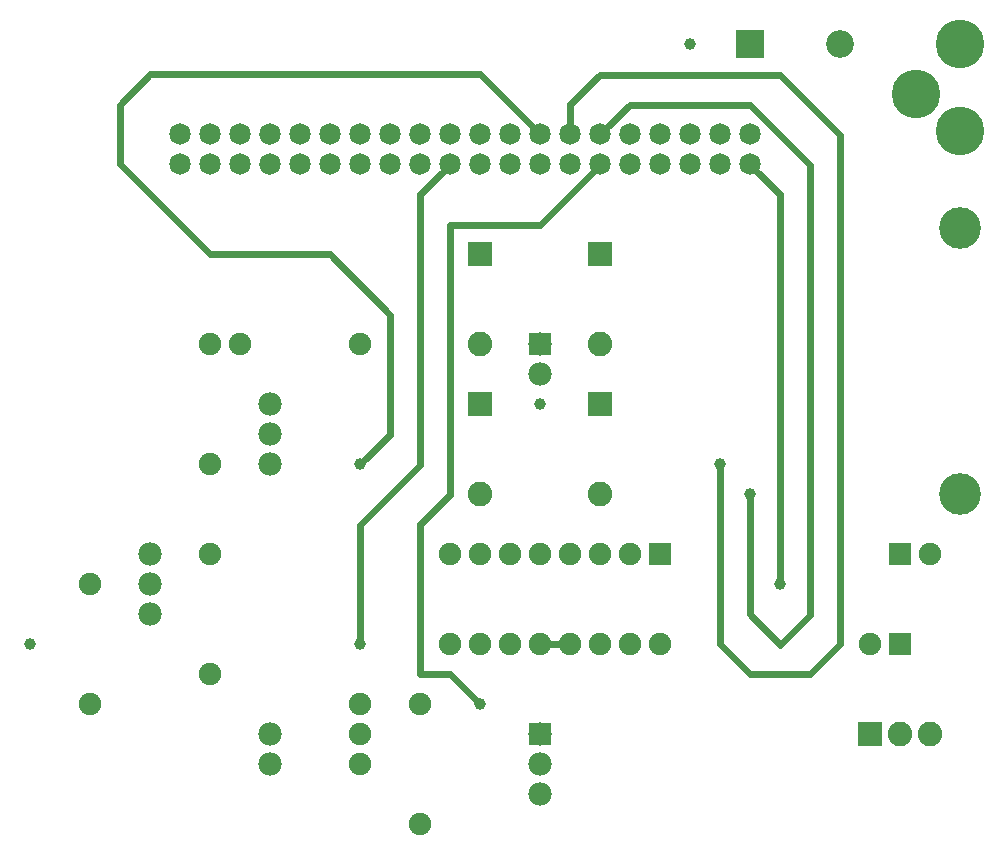
<source format=gtl>
G04 MADE WITH FRITZING*
G04 WWW.FRITZING.ORG*
G04 DOUBLE SIDED*
G04 HOLES PLATED*
G04 CONTOUR ON CENTER OF CONTOUR VECTOR*
%ASAXBY*%
%FSLAX23Y23*%
%MOIN*%
%OFA0B0*%
%SFA1.0B1.0*%
%ADD10C,0.162000*%
%ADD11C,0.075000*%
%ADD12C,0.078000*%
%ADD13C,0.071889*%
%ADD14C,0.071917*%
%ADD15C,0.082000*%
%ADD16C,0.138889*%
%ADD17C,0.092000*%
%ADD18C,0.039370*%
%ADD19R,0.075000X0.075000*%
%ADD20R,0.082000X0.082000*%
%ADD21R,0.078000X0.078000*%
%ADD22R,0.092000X0.092000*%
%ADD23C,0.024000*%
%LNCOPPER1*%
G90*
G70*
G54D10*
X3223Y2423D03*
X3222Y2712D03*
X3075Y2548D03*
X3223Y2423D03*
X3222Y2712D03*
X3075Y2548D03*
G54D11*
X3022Y1012D03*
X3122Y1012D03*
X3022Y712D03*
X2922Y712D03*
X1222Y512D03*
X1222Y412D03*
X1222Y312D03*
X1422Y512D03*
X1422Y112D03*
G54D12*
X922Y412D03*
X922Y312D03*
G54D13*
X2522Y2412D03*
X2422Y2412D03*
X2322Y2412D03*
X2222Y2412D03*
G54D14*
X2122Y2412D03*
G54D13*
X2022Y2412D03*
X1922Y2412D03*
X1822Y2412D03*
X1722Y2412D03*
G54D14*
X1622Y2412D03*
G54D13*
X1522Y2412D03*
G54D14*
X1422Y2412D03*
G54D13*
X1322Y2412D03*
X1222Y2412D03*
X1122Y2412D03*
X1022Y2412D03*
G54D14*
X922Y2412D03*
G54D13*
X822Y2412D03*
X722Y2412D03*
X622Y2412D03*
X622Y2312D03*
X722Y2312D03*
X822Y2312D03*
G54D14*
X922Y2312D03*
G54D13*
X1022Y2312D03*
X1122Y2312D03*
X1222Y2312D03*
X1322Y2312D03*
G54D14*
X1422Y2312D03*
G54D13*
X1522Y2312D03*
G54D14*
X1622Y2312D03*
G54D13*
X1722Y2312D03*
X1822Y2312D03*
X1922Y2312D03*
X2022Y2312D03*
G54D14*
X2122Y2312D03*
G54D13*
X2222Y2312D03*
X2322Y2312D03*
X2422Y2312D03*
X2522Y2312D03*
G54D11*
X722Y612D03*
X722Y1012D03*
X322Y512D03*
X322Y912D03*
G54D15*
X2922Y412D03*
X3022Y412D03*
X3122Y412D03*
G54D11*
X2222Y1012D03*
X2222Y712D03*
X2122Y1012D03*
X2122Y712D03*
X2022Y1012D03*
X2022Y712D03*
X1922Y1012D03*
X1922Y712D03*
X1822Y1012D03*
X1822Y712D03*
X1722Y1012D03*
X1722Y712D03*
X1622Y1012D03*
X1622Y712D03*
X1522Y1012D03*
X1522Y712D03*
G54D12*
X1822Y1712D03*
X1822Y1612D03*
G54D15*
X2022Y1512D03*
X2022Y1214D03*
X1622Y1512D03*
X1622Y1214D03*
X1622Y2012D03*
X1622Y1714D03*
X2022Y2012D03*
X2022Y1714D03*
G54D16*
X3222Y2100D03*
X3222Y1212D03*
G54D17*
X2522Y2712D03*
X2822Y2712D03*
G54D11*
X722Y1712D03*
X722Y1312D03*
X822Y1712D03*
X1222Y1712D03*
G54D12*
X1822Y412D03*
X1822Y312D03*
X1822Y212D03*
X522Y1012D03*
X522Y912D03*
X522Y812D03*
X922Y1312D03*
X922Y1412D03*
X922Y1512D03*
G54D18*
X1622Y512D03*
X2522Y1212D03*
X2422Y1312D03*
X1222Y1312D03*
X2622Y912D03*
X1822Y1512D03*
X122Y712D03*
X2322Y2712D03*
X1222Y712D03*
G54D19*
X3022Y1012D03*
X3022Y712D03*
G54D20*
X2922Y412D03*
G54D19*
X2222Y1012D03*
G54D21*
X1822Y1712D03*
G54D20*
X2022Y1513D03*
X1622Y1513D03*
X1622Y2013D03*
X2022Y2013D03*
G54D22*
X2522Y2712D03*
G54D21*
X1822Y412D03*
G54D23*
X1893Y712D02*
X1850Y712D01*
D02*
X1924Y720D02*
X1928Y739D01*
D02*
X1621Y2612D02*
X1798Y2435D01*
D02*
X1235Y1325D02*
X1322Y1411D01*
D02*
X1322Y1411D02*
X1322Y1811D01*
D02*
X1121Y2012D02*
X722Y2012D01*
D02*
X722Y2012D02*
X422Y2312D01*
D02*
X1322Y1811D02*
X1121Y2012D01*
D02*
X521Y2612D02*
X1621Y2612D01*
D02*
X422Y2312D02*
X422Y2510D01*
D02*
X422Y2510D02*
X521Y2612D01*
D02*
X2622Y931D02*
X2623Y2213D01*
D02*
X2623Y2213D02*
X2545Y2288D01*
D02*
X2121Y2511D02*
X2045Y2435D01*
D02*
X2522Y2511D02*
X2121Y2511D01*
D02*
X2722Y810D02*
X2722Y2310D01*
D02*
X2722Y2310D02*
X2522Y2511D01*
D02*
X2622Y711D02*
X2722Y810D01*
D02*
X2522Y812D02*
X2622Y711D01*
D02*
X2522Y1193D02*
X2522Y812D01*
D02*
X2621Y2611D02*
X2022Y2611D01*
D02*
X1921Y2512D02*
X1921Y2445D01*
D02*
X2821Y2411D02*
X2621Y2611D01*
D02*
X2022Y2611D02*
X1921Y2512D01*
D02*
X2722Y612D02*
X2821Y712D01*
D02*
X2821Y712D02*
X2821Y2411D01*
D02*
X2522Y612D02*
X2722Y612D01*
D02*
X2423Y712D02*
X2522Y612D01*
D02*
X2422Y1293D02*
X2423Y712D01*
D02*
X1421Y1112D02*
X1421Y613D01*
D02*
X1822Y2111D02*
X1522Y2111D01*
D02*
X1522Y2111D02*
X1522Y1211D01*
D02*
X1522Y1211D02*
X1421Y1112D01*
D02*
X1998Y2288D02*
X1822Y2111D01*
D02*
X1522Y613D02*
X1608Y525D01*
D02*
X1421Y613D02*
X1522Y613D01*
D02*
X1421Y2213D02*
X1498Y2288D01*
D02*
X1221Y1111D02*
X1421Y1310D01*
D02*
X1421Y1310D02*
X1421Y2213D01*
D02*
X1222Y731D02*
X1221Y1111D01*
G04 End of Copper1*
M02*
</source>
